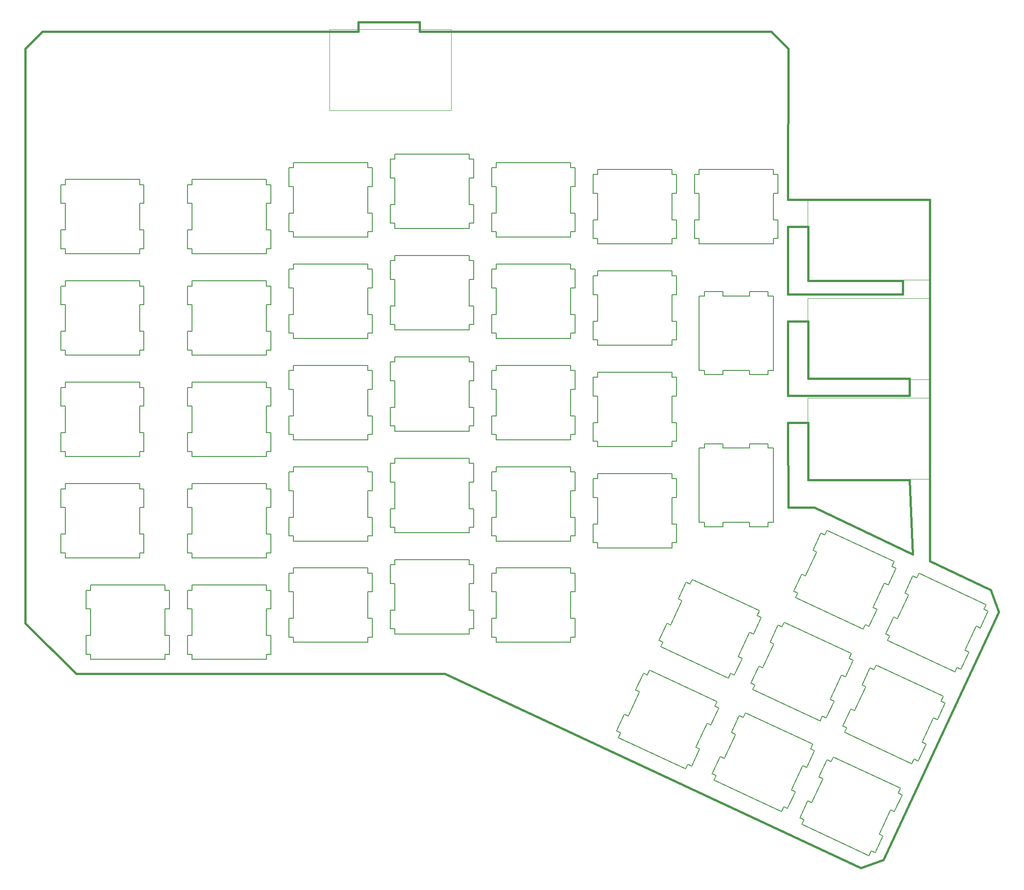
<source format=gbr>
%TF.GenerationSoftware,KiCad,Pcbnew,5.1.7*%
%TF.CreationDate,2020-10-15T21:30:19-07:00*%
%TF.ProjectId,ErgoDOX_left,4572676f-444f-4585-9f6c-6566742e6b69,2.0.0*%
%TF.SameCoordinates,Original*%
%TF.FileFunction,Other,ECO2*%
%FSLAX46Y46*%
G04 Gerber Fmt 4.6, Leading zero omitted, Abs format (unit mm)*
G04 Created by KiCad (PCBNEW 5.1.7) date 2020-10-15 21:30:19*
%MOMM*%
%LPD*%
G01*
G04 APERTURE LIST*
%TA.AperFunction,Profile*%
%ADD10C,0.381000*%
%TD*%
%ADD11C,0.120000*%
%ADD12C,0.152400*%
G04 APERTURE END LIST*
D10*
X164846000Y-93218000D02*
X164941000Y-109166000D01*
X164846000Y-74168000D02*
X164846000Y-88138000D01*
X164846000Y-56388000D02*
X164846000Y-69088000D01*
X168656000Y-56388000D02*
X164846000Y-56388000D01*
X187706000Y-104013000D02*
X188341000Y-117983000D01*
X168656000Y-104013000D02*
X187706000Y-104013000D01*
X168656000Y-93218000D02*
X168656000Y-104013000D01*
X164846000Y-93218000D02*
X168656000Y-93218000D01*
X187706000Y-88138000D02*
X164846000Y-88138000D01*
X187706000Y-84963000D02*
X187706000Y-88138000D01*
X168656000Y-84963000D02*
X187706000Y-84963000D01*
X168656000Y-74168000D02*
X168656000Y-84963000D01*
X164846000Y-74168000D02*
X168656000Y-74168000D01*
X186436000Y-69088000D02*
X164846000Y-69088000D01*
X186436000Y-66548000D02*
X186436000Y-69088000D01*
X168656000Y-66548000D02*
X186436000Y-66548000D01*
X168656000Y-56388000D02*
X168656000Y-66548000D01*
X164846000Y-51308000D02*
X164941000Y-22933000D01*
X168656000Y-51308000D02*
X164846000Y-51308000D01*
X169843200Y-109166000D02*
X188341000Y-117983000D01*
X191516000Y-119253000D02*
X202934320Y-124596500D01*
X191516000Y-51308000D02*
X191516000Y-119253000D01*
X168656000Y-51308000D02*
X191516000Y-51308000D01*
X21634200Y-22933000D02*
X21634200Y-130883000D01*
X137431000Y-19758000D02*
X134031000Y-19758000D01*
X137431000Y-19758000D02*
X149675600Y-19758000D01*
X132505200Y-19758000D02*
X134031000Y-19758000D01*
X24809200Y-19758000D02*
X84143600Y-19758000D01*
X84143600Y-17980000D02*
X95649800Y-17980000D01*
X84143600Y-19758000D02*
X84143600Y-17980000D01*
X95649800Y-17980000D02*
X95649800Y-19758000D01*
X95649800Y-19758000D02*
X132505200Y-19758000D01*
X149675600Y-19758000D02*
X161740600Y-19758000D01*
X161740600Y-19758000D02*
X164941000Y-22933000D01*
X100399600Y-140408000D02*
X31159200Y-140408000D01*
X31159200Y-140408000D02*
X21634200Y-130883000D01*
X21634200Y-22933000D02*
X24809200Y-19758000D01*
X164941000Y-109166000D02*
X169843200Y-109166000D01*
X202934320Y-124596500D02*
X204471020Y-128815440D01*
X204471020Y-128815440D02*
X182787040Y-175317760D01*
X182787040Y-175317760D02*
X178568100Y-176851920D01*
X178568100Y-176851920D02*
X100399600Y-140408000D01*
D11*
%TO.C,J103*%
X184426000Y-69048000D02*
X174826000Y-69048000D01*
%TO.C,J203*%
X168576000Y-85118000D02*
X168576000Y-69878000D01*
X191436000Y-85118000D02*
X168576000Y-85118000D01*
X191436000Y-69878000D02*
X191436000Y-85118000D01*
X168576000Y-69878000D02*
X191436000Y-69878000D01*
%TO.C,J202*%
X168576000Y-66388000D02*
X168576000Y-51148000D01*
X191436000Y-66388000D02*
X168576000Y-66388000D01*
X191436000Y-51148000D02*
X191436000Y-66388000D01*
X168576000Y-51148000D02*
X191436000Y-51148000D01*
%TO.C,J201*%
X168576000Y-103848000D02*
X168576000Y-88608000D01*
X191436000Y-103848000D02*
X168576000Y-103848000D01*
X191436000Y-88608000D02*
X191436000Y-103848000D01*
X168576000Y-88608000D02*
X191436000Y-88608000D01*
%TO.C,J2*%
X78736000Y-34578000D02*
X78736000Y-19338000D01*
X101596000Y-34578000D02*
X78736000Y-34578000D01*
X101596000Y-19338000D02*
X101596000Y-34578000D01*
X78736000Y-19338000D02*
X101596000Y-19338000D01*
D12*
%TO.C,SW1:9*%
X124047000Y-134483000D02*
X110077000Y-134483000D01*
X110077000Y-134483000D02*
X110077000Y-133502560D01*
X110077000Y-133502560D02*
X109264200Y-133502560D01*
X109264200Y-133502560D02*
X109264200Y-130002440D01*
X109264200Y-130002440D02*
X110077000Y-130002440D01*
X110077000Y-130002440D02*
X110077000Y-124993560D01*
X110077000Y-124993560D02*
X109264200Y-124993560D01*
X109264200Y-124993560D02*
X109264200Y-121493440D01*
X109264200Y-121493440D02*
X110077000Y-121493440D01*
X110077000Y-121493440D02*
X110077000Y-120513000D01*
X110077000Y-120513000D02*
X124047000Y-120513000D01*
X124047000Y-120513000D02*
X124047000Y-121493440D01*
X124047000Y-121493440D02*
X124859800Y-121493440D01*
X124859800Y-121493440D02*
X124859800Y-124993560D01*
X124859800Y-124993560D02*
X124047000Y-124993560D01*
X124047000Y-124993560D02*
X124047000Y-130002440D01*
X124047000Y-130002440D02*
X124859800Y-130002440D01*
X124859800Y-130002440D02*
X124859800Y-133502560D01*
X124859800Y-133502560D02*
X124047000Y-133502560D01*
X124047000Y-133502560D02*
X124047000Y-134483000D01*
%TO.C,SW5:13*%
X43084500Y-61490200D02*
X29114500Y-61490200D01*
X29114500Y-61490200D02*
X29114500Y-60509760D01*
X29114500Y-60509760D02*
X28301700Y-60509760D01*
X28301700Y-60509760D02*
X28301700Y-57009640D01*
X28301700Y-57009640D02*
X29114500Y-57009640D01*
X29114500Y-57009640D02*
X29114500Y-52000760D01*
X29114500Y-52000760D02*
X28301700Y-52000760D01*
X28301700Y-52000760D02*
X28301700Y-48500640D01*
X28301700Y-48500640D02*
X29114500Y-48500640D01*
X29114500Y-48500640D02*
X29114500Y-47520200D01*
X29114500Y-47520200D02*
X43084500Y-47520200D01*
X43084500Y-47520200D02*
X43084500Y-48500640D01*
X43084500Y-48500640D02*
X43897300Y-48500640D01*
X43897300Y-48500640D02*
X43897300Y-52000760D01*
X43897300Y-52000760D02*
X43084500Y-52000760D01*
X43084500Y-52000760D02*
X43084500Y-57009640D01*
X43084500Y-57009640D02*
X43897300Y-57009640D01*
X43897300Y-57009640D02*
X43897300Y-60509760D01*
X43897300Y-60509760D02*
X43084500Y-60509760D01*
X43084500Y-60509760D02*
X43084500Y-61490200D01*
%TO.C,SX1:7*%
X170915451Y-149266368D02*
X158254332Y-143362391D01*
X158254332Y-143362391D02*
X158668683Y-142473811D01*
X158668683Y-142473811D02*
X157932036Y-142130307D01*
X157932036Y-142130307D02*
X159411251Y-138958121D01*
X159411251Y-138958121D02*
X160147898Y-139301625D01*
X160147898Y-139301625D02*
X162264742Y-134762038D01*
X162264742Y-134762038D02*
X161528095Y-134418534D01*
X161528095Y-134418534D02*
X163007310Y-131246348D01*
X163007310Y-131246348D02*
X163743957Y-131589852D01*
X163743957Y-131589852D02*
X164158309Y-130701272D01*
X164158309Y-130701272D02*
X176819428Y-136605249D01*
X176819428Y-136605249D02*
X176405077Y-137493829D01*
X176405077Y-137493829D02*
X177141724Y-137837333D01*
X177141724Y-137837333D02*
X175662509Y-141009519D01*
X175662509Y-141009519D02*
X174925862Y-140666015D01*
X174925862Y-140666015D02*
X172809018Y-145205602D01*
X172809018Y-145205602D02*
X173545665Y-145549106D01*
X173545665Y-145549106D02*
X172066450Y-148721292D01*
X172066450Y-148721292D02*
X171329803Y-148377788D01*
X171329803Y-148377788D02*
X170915451Y-149266368D01*
%TO.C,SW3:13*%
X43084500Y-99587660D02*
X29114500Y-99587660D01*
X29114500Y-99587660D02*
X29114500Y-98607220D01*
X29114500Y-98607220D02*
X28301700Y-98607220D01*
X28301700Y-98607220D02*
X28301700Y-95107100D01*
X28301700Y-95107100D02*
X29114500Y-95107100D01*
X29114500Y-95107100D02*
X29114500Y-90098220D01*
X29114500Y-90098220D02*
X28301700Y-90098220D01*
X28301700Y-90098220D02*
X28301700Y-86598100D01*
X28301700Y-86598100D02*
X29114500Y-86598100D01*
X29114500Y-86598100D02*
X29114500Y-85617660D01*
X29114500Y-85617660D02*
X43084500Y-85617660D01*
X43084500Y-85617660D02*
X43084500Y-86598100D01*
X43084500Y-86598100D02*
X43897300Y-86598100D01*
X43897300Y-86598100D02*
X43897300Y-90098220D01*
X43897300Y-90098220D02*
X43084500Y-90098220D01*
X43084500Y-90098220D02*
X43084500Y-95107100D01*
X43084500Y-95107100D02*
X43897300Y-95107100D01*
X43897300Y-95107100D02*
X43897300Y-98607220D01*
X43897300Y-98607220D02*
X43084500Y-98607220D01*
X43084500Y-98607220D02*
X43084500Y-99587660D01*
%TO.C,SW2:9*%
X124047000Y-115462660D02*
X110077000Y-115462660D01*
X110077000Y-115462660D02*
X110077000Y-114482220D01*
X110077000Y-114482220D02*
X109264200Y-114482220D01*
X109264200Y-114482220D02*
X109264200Y-110982100D01*
X109264200Y-110982100D02*
X110077000Y-110982100D01*
X110077000Y-110982100D02*
X110077000Y-105973220D01*
X110077000Y-105973220D02*
X109264200Y-105973220D01*
X109264200Y-105973220D02*
X109264200Y-102473100D01*
X109264200Y-102473100D02*
X110077000Y-102473100D01*
X110077000Y-102473100D02*
X110077000Y-101492660D01*
X110077000Y-101492660D02*
X124047000Y-101492660D01*
X124047000Y-101492660D02*
X124047000Y-102473100D01*
X124047000Y-102473100D02*
X124859800Y-102473100D01*
X124859800Y-102473100D02*
X124859800Y-105973220D01*
X124859800Y-105973220D02*
X124047000Y-105973220D01*
X124047000Y-105973220D02*
X124047000Y-110982100D01*
X124047000Y-110982100D02*
X124859800Y-110982100D01*
X124859800Y-110982100D02*
X124859800Y-114482220D01*
X124859800Y-114482220D02*
X124047000Y-114482220D01*
X124047000Y-114482220D02*
X124047000Y-115462660D01*
%TO.C,SW2:10*%
X104997000Y-113865000D02*
X91027000Y-113865000D01*
X91027000Y-113865000D02*
X91027000Y-112884560D01*
X91027000Y-112884560D02*
X90214200Y-112884560D01*
X90214200Y-112884560D02*
X90214200Y-109384440D01*
X90214200Y-109384440D02*
X91027000Y-109384440D01*
X91027000Y-109384440D02*
X91027000Y-104375560D01*
X91027000Y-104375560D02*
X90214200Y-104375560D01*
X90214200Y-104375560D02*
X90214200Y-100875440D01*
X90214200Y-100875440D02*
X91027000Y-100875440D01*
X91027000Y-100875440D02*
X91027000Y-99895000D01*
X91027000Y-99895000D02*
X104997000Y-99895000D01*
X104997000Y-99895000D02*
X104997000Y-100875440D01*
X104997000Y-100875440D02*
X105809800Y-100875440D01*
X105809800Y-100875440D02*
X105809800Y-104375560D01*
X105809800Y-104375560D02*
X104997000Y-104375560D01*
X104997000Y-104375560D02*
X104997000Y-109384440D01*
X104997000Y-109384440D02*
X105809800Y-109384440D01*
X105809800Y-109384440D02*
X105809800Y-112884560D01*
X105809800Y-112884560D02*
X104997000Y-112884560D01*
X104997000Y-112884560D02*
X104997000Y-113865000D01*
%TO.C,SW3:9*%
X124047000Y-96412660D02*
X110077000Y-96412660D01*
X110077000Y-96412660D02*
X110077000Y-95432220D01*
X110077000Y-95432220D02*
X109264200Y-95432220D01*
X109264200Y-95432220D02*
X109264200Y-91932100D01*
X109264200Y-91932100D02*
X110077000Y-91932100D01*
X110077000Y-91932100D02*
X110077000Y-86923220D01*
X110077000Y-86923220D02*
X109264200Y-86923220D01*
X109264200Y-86923220D02*
X109264200Y-83423100D01*
X109264200Y-83423100D02*
X110077000Y-83423100D01*
X110077000Y-83423100D02*
X110077000Y-82442660D01*
X110077000Y-82442660D02*
X124047000Y-82442660D01*
X124047000Y-82442660D02*
X124047000Y-83423100D01*
X124047000Y-83423100D02*
X124859800Y-83423100D01*
X124859800Y-83423100D02*
X124859800Y-86923220D01*
X124859800Y-86923220D02*
X124047000Y-86923220D01*
X124047000Y-86923220D02*
X124047000Y-91932100D01*
X124047000Y-91932100D02*
X124859800Y-91932100D01*
X124859800Y-91932100D02*
X124859800Y-95432220D01*
X124859800Y-95432220D02*
X124047000Y-95432220D01*
X124047000Y-95432220D02*
X124047000Y-96412660D01*
%TO.C,SW2:11*%
X85947000Y-115462660D02*
X71977000Y-115462660D01*
X71977000Y-115462660D02*
X71977000Y-114482220D01*
X71977000Y-114482220D02*
X71164200Y-114482220D01*
X71164200Y-114482220D02*
X71164200Y-110982100D01*
X71164200Y-110982100D02*
X71977000Y-110982100D01*
X71977000Y-110982100D02*
X71977000Y-105973220D01*
X71977000Y-105973220D02*
X71164200Y-105973220D01*
X71164200Y-105973220D02*
X71164200Y-102473100D01*
X71164200Y-102473100D02*
X71977000Y-102473100D01*
X71977000Y-102473100D02*
X71977000Y-101492660D01*
X71977000Y-101492660D02*
X85947000Y-101492660D01*
X85947000Y-101492660D02*
X85947000Y-102473100D01*
X85947000Y-102473100D02*
X86759800Y-102473100D01*
X86759800Y-102473100D02*
X86759800Y-105973220D01*
X86759800Y-105973220D02*
X85947000Y-105973220D01*
X85947000Y-105973220D02*
X85947000Y-110982100D01*
X85947000Y-110982100D02*
X86759800Y-110982100D01*
X86759800Y-110982100D02*
X86759800Y-114482220D01*
X86759800Y-114482220D02*
X85947000Y-114482220D01*
X85947000Y-114482220D02*
X85947000Y-115462660D01*
%TO.C,SW3:10*%
X104997000Y-94815000D02*
X91027000Y-94815000D01*
X91027000Y-94815000D02*
X91027000Y-93834560D01*
X91027000Y-93834560D02*
X90214200Y-93834560D01*
X90214200Y-93834560D02*
X90214200Y-90334440D01*
X90214200Y-90334440D02*
X91027000Y-90334440D01*
X91027000Y-90334440D02*
X91027000Y-85325560D01*
X91027000Y-85325560D02*
X90214200Y-85325560D01*
X90214200Y-85325560D02*
X90214200Y-81825440D01*
X90214200Y-81825440D02*
X91027000Y-81825440D01*
X91027000Y-81825440D02*
X91027000Y-80845000D01*
X91027000Y-80845000D02*
X104997000Y-80845000D01*
X104997000Y-80845000D02*
X104997000Y-81825440D01*
X104997000Y-81825440D02*
X105809800Y-81825440D01*
X105809800Y-81825440D02*
X105809800Y-85325560D01*
X105809800Y-85325560D02*
X104997000Y-85325560D01*
X104997000Y-85325560D02*
X104997000Y-90334440D01*
X104997000Y-90334440D02*
X105809800Y-90334440D01*
X105809800Y-90334440D02*
X105809800Y-93834560D01*
X105809800Y-93834560D02*
X104997000Y-93834560D01*
X104997000Y-93834560D02*
X104997000Y-94815000D01*
%TO.C,SW3:11*%
X85947000Y-96412660D02*
X71977000Y-96412660D01*
X71977000Y-96412660D02*
X71977000Y-95432220D01*
X71977000Y-95432220D02*
X71164200Y-95432220D01*
X71164200Y-95432220D02*
X71164200Y-91932100D01*
X71164200Y-91932100D02*
X71977000Y-91932100D01*
X71977000Y-91932100D02*
X71977000Y-86923220D01*
X71977000Y-86923220D02*
X71164200Y-86923220D01*
X71164200Y-86923220D02*
X71164200Y-83423100D01*
X71164200Y-83423100D02*
X71977000Y-83423100D01*
X71977000Y-83423100D02*
X71977000Y-82442660D01*
X71977000Y-82442660D02*
X85947000Y-82442660D01*
X85947000Y-82442660D02*
X85947000Y-83423100D01*
X85947000Y-83423100D02*
X86759800Y-83423100D01*
X86759800Y-83423100D02*
X86759800Y-86923220D01*
X86759800Y-86923220D02*
X85947000Y-86923220D01*
X85947000Y-86923220D02*
X85947000Y-91932100D01*
X85947000Y-91932100D02*
X86759800Y-91932100D01*
X86759800Y-91932100D02*
X86759800Y-95432220D01*
X86759800Y-95432220D02*
X85947000Y-95432220D01*
X85947000Y-95432220D02*
X85947000Y-96412660D01*
%TO.C,SW1:11*%
X85947000Y-134483000D02*
X71977000Y-134483000D01*
X71977000Y-134483000D02*
X71977000Y-133502560D01*
X71977000Y-133502560D02*
X71164200Y-133502560D01*
X71164200Y-133502560D02*
X71164200Y-130002440D01*
X71164200Y-130002440D02*
X71977000Y-130002440D01*
X71977000Y-130002440D02*
X71977000Y-124993560D01*
X71977000Y-124993560D02*
X71164200Y-124993560D01*
X71164200Y-124993560D02*
X71164200Y-121493440D01*
X71164200Y-121493440D02*
X71977000Y-121493440D01*
X71977000Y-121493440D02*
X71977000Y-120513000D01*
X71977000Y-120513000D02*
X85947000Y-120513000D01*
X85947000Y-120513000D02*
X85947000Y-121493440D01*
X85947000Y-121493440D02*
X86759800Y-121493440D01*
X86759800Y-121493440D02*
X86759800Y-124993560D01*
X86759800Y-124993560D02*
X85947000Y-124993560D01*
X85947000Y-124993560D02*
X85947000Y-130002440D01*
X85947000Y-130002440D02*
X86759800Y-130002440D01*
X86759800Y-130002440D02*
X86759800Y-133502560D01*
X86759800Y-133502560D02*
X85947000Y-133502560D01*
X85947000Y-133502560D02*
X85947000Y-134483000D01*
%TO.C,SW1:10*%
X104997000Y-132915000D02*
X91027000Y-132915000D01*
X91027000Y-132915000D02*
X91027000Y-131934560D01*
X91027000Y-131934560D02*
X90214200Y-131934560D01*
X90214200Y-131934560D02*
X90214200Y-128434440D01*
X90214200Y-128434440D02*
X91027000Y-128434440D01*
X91027000Y-128434440D02*
X91027000Y-123425560D01*
X91027000Y-123425560D02*
X90214200Y-123425560D01*
X90214200Y-123425560D02*
X90214200Y-119925440D01*
X90214200Y-119925440D02*
X91027000Y-119925440D01*
X91027000Y-119925440D02*
X91027000Y-118945000D01*
X91027000Y-118945000D02*
X104997000Y-118945000D01*
X104997000Y-118945000D02*
X104997000Y-119925440D01*
X104997000Y-119925440D02*
X105809800Y-119925440D01*
X105809800Y-119925440D02*
X105809800Y-123425560D01*
X105809800Y-123425560D02*
X104997000Y-123425560D01*
X104997000Y-123425560D02*
X104997000Y-128434440D01*
X104997000Y-128434440D02*
X105809800Y-128434440D01*
X105809800Y-128434440D02*
X105809800Y-131934560D01*
X105809800Y-131934560D02*
X104997000Y-131934560D01*
X104997000Y-131934560D02*
X104997000Y-132915000D01*
%TO.C,SX1:8*%
X153651071Y-141214568D02*
X140989952Y-135310591D01*
X140989952Y-135310591D02*
X141404303Y-134422011D01*
X141404303Y-134422011D02*
X140667656Y-134078507D01*
X140667656Y-134078507D02*
X142146871Y-130906321D01*
X142146871Y-130906321D02*
X142883518Y-131249825D01*
X142883518Y-131249825D02*
X145000362Y-126710238D01*
X145000362Y-126710238D02*
X144263715Y-126366734D01*
X144263715Y-126366734D02*
X145742930Y-123194548D01*
X145742930Y-123194548D02*
X146479577Y-123538052D01*
X146479577Y-123538052D02*
X146893929Y-122649472D01*
X146893929Y-122649472D02*
X159555048Y-128553449D01*
X159555048Y-128553449D02*
X159140697Y-129442029D01*
X159140697Y-129442029D02*
X159877344Y-129785533D01*
X159877344Y-129785533D02*
X158398129Y-132957719D01*
X158398129Y-132957719D02*
X157661482Y-132614215D01*
X157661482Y-132614215D02*
X155544638Y-137153802D01*
X155544638Y-137153802D02*
X156281285Y-137497306D01*
X156281285Y-137497306D02*
X154802070Y-140669492D01*
X154802070Y-140669492D02*
X154065423Y-140325988D01*
X154065423Y-140325988D02*
X153651071Y-141214568D01*
%TO.C,SW5:12*%
X66897000Y-61490200D02*
X52927000Y-61490200D01*
X52927000Y-61490200D02*
X52927000Y-60509760D01*
X52927000Y-60509760D02*
X52114200Y-60509760D01*
X52114200Y-60509760D02*
X52114200Y-57009640D01*
X52114200Y-57009640D02*
X52927000Y-57009640D01*
X52927000Y-57009640D02*
X52927000Y-52000760D01*
X52927000Y-52000760D02*
X52114200Y-52000760D01*
X52114200Y-52000760D02*
X52114200Y-48500640D01*
X52114200Y-48500640D02*
X52927000Y-48500640D01*
X52927000Y-48500640D02*
X52927000Y-47520200D01*
X52927000Y-47520200D02*
X66897000Y-47520200D01*
X66897000Y-47520200D02*
X66897000Y-48500640D01*
X66897000Y-48500640D02*
X67709800Y-48500640D01*
X67709800Y-48500640D02*
X67709800Y-52000760D01*
X67709800Y-52000760D02*
X66897000Y-52000760D01*
X66897000Y-52000760D02*
X66897000Y-57009640D01*
X66897000Y-57009640D02*
X67709800Y-57009640D01*
X67709800Y-57009640D02*
X67709800Y-60509760D01*
X67709800Y-60509760D02*
X66897000Y-60509760D01*
X66897000Y-60509760D02*
X66897000Y-61490200D01*
%TO.C,SW5:11*%
X85947000Y-58312660D02*
X71977000Y-58312660D01*
X71977000Y-58312660D02*
X71977000Y-57332220D01*
X71977000Y-57332220D02*
X71164200Y-57332220D01*
X71164200Y-57332220D02*
X71164200Y-53832100D01*
X71164200Y-53832100D02*
X71977000Y-53832100D01*
X71977000Y-53832100D02*
X71977000Y-48823220D01*
X71977000Y-48823220D02*
X71164200Y-48823220D01*
X71164200Y-48823220D02*
X71164200Y-45323100D01*
X71164200Y-45323100D02*
X71977000Y-45323100D01*
X71977000Y-45323100D02*
X71977000Y-44342660D01*
X71977000Y-44342660D02*
X85947000Y-44342660D01*
X85947000Y-44342660D02*
X85947000Y-45323100D01*
X85947000Y-45323100D02*
X86759800Y-45323100D01*
X86759800Y-45323100D02*
X86759800Y-48823220D01*
X86759800Y-48823220D02*
X85947000Y-48823220D01*
X85947000Y-48823220D02*
X85947000Y-53832100D01*
X85947000Y-53832100D02*
X86759800Y-53832100D01*
X86759800Y-53832100D02*
X86759800Y-57332220D01*
X86759800Y-57332220D02*
X85947000Y-57332220D01*
X85947000Y-57332220D02*
X85947000Y-58312660D01*
%TO.C,SW5:10*%
X104997000Y-56715000D02*
X91027000Y-56715000D01*
X91027000Y-56715000D02*
X91027000Y-55734560D01*
X91027000Y-55734560D02*
X90214200Y-55734560D01*
X90214200Y-55734560D02*
X90214200Y-52234440D01*
X90214200Y-52234440D02*
X91027000Y-52234440D01*
X91027000Y-52234440D02*
X91027000Y-47225560D01*
X91027000Y-47225560D02*
X90214200Y-47225560D01*
X90214200Y-47225560D02*
X90214200Y-43725440D01*
X90214200Y-43725440D02*
X91027000Y-43725440D01*
X91027000Y-43725440D02*
X91027000Y-42745000D01*
X91027000Y-42745000D02*
X104997000Y-42745000D01*
X104997000Y-42745000D02*
X104997000Y-43725440D01*
X104997000Y-43725440D02*
X105809800Y-43725440D01*
X105809800Y-43725440D02*
X105809800Y-47225560D01*
X105809800Y-47225560D02*
X104997000Y-47225560D01*
X104997000Y-47225560D02*
X104997000Y-52234440D01*
X104997000Y-52234440D02*
X105809800Y-52234440D01*
X105809800Y-52234440D02*
X105809800Y-55734560D01*
X105809800Y-55734560D02*
X104997000Y-55734560D01*
X104997000Y-55734560D02*
X104997000Y-56715000D01*
%TO.C,SW5:9*%
X124047000Y-58312660D02*
X110077000Y-58312660D01*
X110077000Y-58312660D02*
X110077000Y-57332220D01*
X110077000Y-57332220D02*
X109264200Y-57332220D01*
X109264200Y-57332220D02*
X109264200Y-53832100D01*
X109264200Y-53832100D02*
X110077000Y-53832100D01*
X110077000Y-53832100D02*
X110077000Y-48823220D01*
X110077000Y-48823220D02*
X109264200Y-48823220D01*
X109264200Y-48823220D02*
X109264200Y-45323100D01*
X109264200Y-45323100D02*
X110077000Y-45323100D01*
X110077000Y-45323100D02*
X110077000Y-44342660D01*
X110077000Y-44342660D02*
X124047000Y-44342660D01*
X124047000Y-44342660D02*
X124047000Y-45323100D01*
X124047000Y-45323100D02*
X124859800Y-45323100D01*
X124859800Y-45323100D02*
X124859800Y-48823220D01*
X124859800Y-48823220D02*
X124047000Y-48823220D01*
X124047000Y-48823220D02*
X124047000Y-53832100D01*
X124047000Y-53832100D02*
X124859800Y-53832100D01*
X124859800Y-53832100D02*
X124859800Y-57332220D01*
X124859800Y-57332220D02*
X124047000Y-57332220D01*
X124047000Y-57332220D02*
X124047000Y-58312660D01*
%TO.C,SW5:8*%
X143097000Y-59585200D02*
X129127000Y-59585200D01*
X129127000Y-59585200D02*
X129127000Y-58604760D01*
X129127000Y-58604760D02*
X128314200Y-58604760D01*
X128314200Y-58604760D02*
X128314200Y-55104640D01*
X128314200Y-55104640D02*
X129127000Y-55104640D01*
X129127000Y-55104640D02*
X129127000Y-50095760D01*
X129127000Y-50095760D02*
X128314200Y-50095760D01*
X128314200Y-50095760D02*
X128314200Y-46595640D01*
X128314200Y-46595640D02*
X129127000Y-46595640D01*
X129127000Y-46595640D02*
X129127000Y-45615200D01*
X129127000Y-45615200D02*
X143097000Y-45615200D01*
X143097000Y-45615200D02*
X143097000Y-46595640D01*
X143097000Y-46595640D02*
X143909800Y-46595640D01*
X143909800Y-46595640D02*
X143909800Y-50095760D01*
X143909800Y-50095760D02*
X143097000Y-50095760D01*
X143097000Y-50095760D02*
X143097000Y-55104640D01*
X143097000Y-55104640D02*
X143909800Y-55104640D01*
X143909800Y-55104640D02*
X143909800Y-58604760D01*
X143909800Y-58604760D02*
X143097000Y-58604760D01*
X143097000Y-58604760D02*
X143097000Y-59585200D01*
%TO.C,SW5:7*%
X162147000Y-59585200D02*
X148177000Y-59585200D01*
X148177000Y-59585200D02*
X148177000Y-58604760D01*
X148177000Y-58604760D02*
X147364200Y-58604760D01*
X147364200Y-58604760D02*
X147364200Y-55104640D01*
X147364200Y-55104640D02*
X148177000Y-55104640D01*
X148177000Y-55104640D02*
X148177000Y-50095760D01*
X148177000Y-50095760D02*
X147364200Y-50095760D01*
X147364200Y-50095760D02*
X147364200Y-46595640D01*
X147364200Y-46595640D02*
X148177000Y-46595640D01*
X148177000Y-46595640D02*
X148177000Y-45615200D01*
X148177000Y-45615200D02*
X162147000Y-45615200D01*
X162147000Y-45615200D02*
X162147000Y-46595640D01*
X162147000Y-46595640D02*
X162959800Y-46595640D01*
X162959800Y-46595640D02*
X162959800Y-50095760D01*
X162959800Y-50095760D02*
X162147000Y-50095760D01*
X162147000Y-50095760D02*
X162147000Y-55104640D01*
X162147000Y-55104640D02*
X162959800Y-55104640D01*
X162959800Y-55104640D02*
X162959800Y-58604760D01*
X162959800Y-58604760D02*
X162147000Y-58604760D01*
X162147000Y-58604760D02*
X162147000Y-59585200D01*
%TO.C,SW4:13*%
X43084500Y-80537660D02*
X29114500Y-80537660D01*
X29114500Y-80537660D02*
X29114500Y-79557220D01*
X29114500Y-79557220D02*
X28301700Y-79557220D01*
X28301700Y-79557220D02*
X28301700Y-76057100D01*
X28301700Y-76057100D02*
X29114500Y-76057100D01*
X29114500Y-76057100D02*
X29114500Y-71048220D01*
X29114500Y-71048220D02*
X28301700Y-71048220D01*
X28301700Y-71048220D02*
X28301700Y-67548100D01*
X28301700Y-67548100D02*
X29114500Y-67548100D01*
X29114500Y-67548100D02*
X29114500Y-66567660D01*
X29114500Y-66567660D02*
X43084500Y-66567660D01*
X43084500Y-66567660D02*
X43084500Y-67548100D01*
X43084500Y-67548100D02*
X43897300Y-67548100D01*
X43897300Y-67548100D02*
X43897300Y-71048220D01*
X43897300Y-71048220D02*
X43084500Y-71048220D01*
X43084500Y-71048220D02*
X43084500Y-76057100D01*
X43084500Y-76057100D02*
X43897300Y-76057100D01*
X43897300Y-76057100D02*
X43897300Y-79557220D01*
X43897300Y-79557220D02*
X43084500Y-79557220D01*
X43084500Y-79557220D02*
X43084500Y-80537660D01*
%TO.C,SW4:12*%
X66897000Y-80537660D02*
X52927000Y-80537660D01*
X52927000Y-80537660D02*
X52927000Y-79557220D01*
X52927000Y-79557220D02*
X52114200Y-79557220D01*
X52114200Y-79557220D02*
X52114200Y-76057100D01*
X52114200Y-76057100D02*
X52927000Y-76057100D01*
X52927000Y-76057100D02*
X52927000Y-71048220D01*
X52927000Y-71048220D02*
X52114200Y-71048220D01*
X52114200Y-71048220D02*
X52114200Y-67548100D01*
X52114200Y-67548100D02*
X52927000Y-67548100D01*
X52927000Y-67548100D02*
X52927000Y-66567660D01*
X52927000Y-66567660D02*
X66897000Y-66567660D01*
X66897000Y-66567660D02*
X66897000Y-67548100D01*
X66897000Y-67548100D02*
X67709800Y-67548100D01*
X67709800Y-67548100D02*
X67709800Y-71048220D01*
X67709800Y-71048220D02*
X66897000Y-71048220D01*
X66897000Y-71048220D02*
X66897000Y-76057100D01*
X66897000Y-76057100D02*
X67709800Y-76057100D01*
X67709800Y-76057100D02*
X67709800Y-79557220D01*
X67709800Y-79557220D02*
X66897000Y-79557220D01*
X66897000Y-79557220D02*
X66897000Y-80537660D01*
%TO.C,SW4:11*%
X85947000Y-77362660D02*
X71977000Y-77362660D01*
X71977000Y-77362660D02*
X71977000Y-76382220D01*
X71977000Y-76382220D02*
X71164200Y-76382220D01*
X71164200Y-76382220D02*
X71164200Y-72882100D01*
X71164200Y-72882100D02*
X71977000Y-72882100D01*
X71977000Y-72882100D02*
X71977000Y-67873220D01*
X71977000Y-67873220D02*
X71164200Y-67873220D01*
X71164200Y-67873220D02*
X71164200Y-64373100D01*
X71164200Y-64373100D02*
X71977000Y-64373100D01*
X71977000Y-64373100D02*
X71977000Y-63392660D01*
X71977000Y-63392660D02*
X85947000Y-63392660D01*
X85947000Y-63392660D02*
X85947000Y-64373100D01*
X85947000Y-64373100D02*
X86759800Y-64373100D01*
X86759800Y-64373100D02*
X86759800Y-67873220D01*
X86759800Y-67873220D02*
X85947000Y-67873220D01*
X85947000Y-67873220D02*
X85947000Y-72882100D01*
X85947000Y-72882100D02*
X86759800Y-72882100D01*
X86759800Y-72882100D02*
X86759800Y-76382220D01*
X86759800Y-76382220D02*
X85947000Y-76382220D01*
X85947000Y-76382220D02*
X85947000Y-77362660D01*
%TO.C,SW4:10*%
X104997000Y-75765000D02*
X91027000Y-75765000D01*
X91027000Y-75765000D02*
X91027000Y-74784560D01*
X91027000Y-74784560D02*
X90214200Y-74784560D01*
X90214200Y-74784560D02*
X90214200Y-71284440D01*
X90214200Y-71284440D02*
X91027000Y-71284440D01*
X91027000Y-71284440D02*
X91027000Y-66275560D01*
X91027000Y-66275560D02*
X90214200Y-66275560D01*
X90214200Y-66275560D02*
X90214200Y-62775440D01*
X90214200Y-62775440D02*
X91027000Y-62775440D01*
X91027000Y-62775440D02*
X91027000Y-61795000D01*
X91027000Y-61795000D02*
X104997000Y-61795000D01*
X104997000Y-61795000D02*
X104997000Y-62775440D01*
X104997000Y-62775440D02*
X105809800Y-62775440D01*
X105809800Y-62775440D02*
X105809800Y-66275560D01*
X105809800Y-66275560D02*
X104997000Y-66275560D01*
X104997000Y-66275560D02*
X104997000Y-71284440D01*
X104997000Y-71284440D02*
X105809800Y-71284440D01*
X105809800Y-71284440D02*
X105809800Y-74784560D01*
X105809800Y-74784560D02*
X104997000Y-74784560D01*
X104997000Y-74784560D02*
X104997000Y-75765000D01*
%TO.C,SW4:9*%
X124047000Y-77362660D02*
X110077000Y-77362660D01*
X110077000Y-77362660D02*
X110077000Y-76382220D01*
X110077000Y-76382220D02*
X109264200Y-76382220D01*
X109264200Y-76382220D02*
X109264200Y-72882100D01*
X109264200Y-72882100D02*
X110077000Y-72882100D01*
X110077000Y-72882100D02*
X110077000Y-67873220D01*
X110077000Y-67873220D02*
X109264200Y-67873220D01*
X109264200Y-67873220D02*
X109264200Y-64373100D01*
X109264200Y-64373100D02*
X110077000Y-64373100D01*
X110077000Y-64373100D02*
X110077000Y-63392660D01*
X110077000Y-63392660D02*
X124047000Y-63392660D01*
X124047000Y-63392660D02*
X124047000Y-64373100D01*
X124047000Y-64373100D02*
X124859800Y-64373100D01*
X124859800Y-64373100D02*
X124859800Y-67873220D01*
X124859800Y-67873220D02*
X124047000Y-67873220D01*
X124047000Y-67873220D02*
X124047000Y-72882100D01*
X124047000Y-72882100D02*
X124859800Y-72882100D01*
X124859800Y-72882100D02*
X124859800Y-76382220D01*
X124859800Y-76382220D02*
X124047000Y-76382220D01*
X124047000Y-76382220D02*
X124047000Y-77362660D01*
%TO.C,SW4:8*%
X143097000Y-78632660D02*
X129127000Y-78632660D01*
X129127000Y-78632660D02*
X129127000Y-77652220D01*
X129127000Y-77652220D02*
X128314200Y-77652220D01*
X128314200Y-77652220D02*
X128314200Y-74152100D01*
X128314200Y-74152100D02*
X129127000Y-74152100D01*
X129127000Y-74152100D02*
X129127000Y-69143220D01*
X129127000Y-69143220D02*
X128314200Y-69143220D01*
X128314200Y-69143220D02*
X128314200Y-65643100D01*
X128314200Y-65643100D02*
X129127000Y-65643100D01*
X129127000Y-65643100D02*
X129127000Y-64662660D01*
X129127000Y-64662660D02*
X143097000Y-64662660D01*
X143097000Y-64662660D02*
X143097000Y-65643100D01*
X143097000Y-65643100D02*
X143909800Y-65643100D01*
X143909800Y-65643100D02*
X143909800Y-69143220D01*
X143909800Y-69143220D02*
X143097000Y-69143220D01*
X143097000Y-69143220D02*
X143097000Y-74152100D01*
X143097000Y-74152100D02*
X143909800Y-74152100D01*
X143909800Y-74152100D02*
X143909800Y-77652220D01*
X143909800Y-77652220D02*
X143097000Y-77652220D01*
X143097000Y-77652220D02*
X143097000Y-78632660D01*
%TO.C,SW4:7*%
X162147000Y-69425160D02*
X162147000Y-83395160D01*
X162147000Y-83395160D02*
X161166560Y-83395160D01*
X161166560Y-83395160D02*
X161166560Y-84207960D01*
X161166560Y-84207960D02*
X157666440Y-84207960D01*
X157666440Y-84207960D02*
X157666440Y-83395160D01*
X157666440Y-83395160D02*
X152657560Y-83395160D01*
X152657560Y-83395160D02*
X152657560Y-84207960D01*
X152657560Y-84207960D02*
X149157440Y-84207960D01*
X149157440Y-84207960D02*
X149157440Y-83395160D01*
X149157440Y-83395160D02*
X148177000Y-83395160D01*
X148177000Y-83395160D02*
X148177000Y-69425160D01*
X148177000Y-69425160D02*
X149157440Y-69425160D01*
X149157440Y-69425160D02*
X149157440Y-68612360D01*
X149157440Y-68612360D02*
X152657560Y-68612360D01*
X152657560Y-68612360D02*
X152657560Y-69425160D01*
X152657560Y-69425160D02*
X157666440Y-69425160D01*
X157666440Y-69425160D02*
X157666440Y-68612360D01*
X157666440Y-68612360D02*
X161166560Y-68612360D01*
X161166560Y-68612360D02*
X161166560Y-69425160D01*
X161166560Y-69425160D02*
X162147000Y-69425160D01*
%TO.C,SW3:12*%
X66897000Y-99587660D02*
X52927000Y-99587660D01*
X52927000Y-99587660D02*
X52927000Y-98607220D01*
X52927000Y-98607220D02*
X52114200Y-98607220D01*
X52114200Y-98607220D02*
X52114200Y-95107100D01*
X52114200Y-95107100D02*
X52927000Y-95107100D01*
X52927000Y-95107100D02*
X52927000Y-90098220D01*
X52927000Y-90098220D02*
X52114200Y-90098220D01*
X52114200Y-90098220D02*
X52114200Y-86598100D01*
X52114200Y-86598100D02*
X52927000Y-86598100D01*
X52927000Y-86598100D02*
X52927000Y-85617660D01*
X52927000Y-85617660D02*
X66897000Y-85617660D01*
X66897000Y-85617660D02*
X66897000Y-86598100D01*
X66897000Y-86598100D02*
X67709800Y-86598100D01*
X67709800Y-86598100D02*
X67709800Y-90098220D01*
X67709800Y-90098220D02*
X66897000Y-90098220D01*
X66897000Y-90098220D02*
X66897000Y-95107100D01*
X66897000Y-95107100D02*
X67709800Y-95107100D01*
X67709800Y-95107100D02*
X67709800Y-98607220D01*
X67709800Y-98607220D02*
X66897000Y-98607220D01*
X66897000Y-98607220D02*
X66897000Y-99587660D01*
%TO.C,SW3:8*%
X143097000Y-97682660D02*
X129127000Y-97682660D01*
X129127000Y-97682660D02*
X129127000Y-96702220D01*
X129127000Y-96702220D02*
X128314200Y-96702220D01*
X128314200Y-96702220D02*
X128314200Y-93202100D01*
X128314200Y-93202100D02*
X129127000Y-93202100D01*
X129127000Y-93202100D02*
X129127000Y-88193220D01*
X129127000Y-88193220D02*
X128314200Y-88193220D01*
X128314200Y-88193220D02*
X128314200Y-84693100D01*
X128314200Y-84693100D02*
X129127000Y-84693100D01*
X129127000Y-84693100D02*
X129127000Y-83712660D01*
X129127000Y-83712660D02*
X143097000Y-83712660D01*
X143097000Y-83712660D02*
X143097000Y-84693100D01*
X143097000Y-84693100D02*
X143909800Y-84693100D01*
X143909800Y-84693100D02*
X143909800Y-88193220D01*
X143909800Y-88193220D02*
X143097000Y-88193220D01*
X143097000Y-88193220D02*
X143097000Y-93202100D01*
X143097000Y-93202100D02*
X143909800Y-93202100D01*
X143909800Y-93202100D02*
X143909800Y-96702220D01*
X143909800Y-96702220D02*
X143097000Y-96702220D01*
X143097000Y-96702220D02*
X143097000Y-97682660D01*
%TO.C,SW2:13*%
X43084500Y-118637660D02*
X29114500Y-118637660D01*
X29114500Y-118637660D02*
X29114500Y-117657220D01*
X29114500Y-117657220D02*
X28301700Y-117657220D01*
X28301700Y-117657220D02*
X28301700Y-114157100D01*
X28301700Y-114157100D02*
X29114500Y-114157100D01*
X29114500Y-114157100D02*
X29114500Y-109148220D01*
X29114500Y-109148220D02*
X28301700Y-109148220D01*
X28301700Y-109148220D02*
X28301700Y-105648100D01*
X28301700Y-105648100D02*
X29114500Y-105648100D01*
X29114500Y-105648100D02*
X29114500Y-104667660D01*
X29114500Y-104667660D02*
X43084500Y-104667660D01*
X43084500Y-104667660D02*
X43084500Y-105648100D01*
X43084500Y-105648100D02*
X43897300Y-105648100D01*
X43897300Y-105648100D02*
X43897300Y-109148220D01*
X43897300Y-109148220D02*
X43084500Y-109148220D01*
X43084500Y-109148220D02*
X43084500Y-114157100D01*
X43084500Y-114157100D02*
X43897300Y-114157100D01*
X43897300Y-114157100D02*
X43897300Y-117657220D01*
X43897300Y-117657220D02*
X43084500Y-117657220D01*
X43084500Y-117657220D02*
X43084500Y-118637660D01*
%TO.C,SW2:12*%
X66897000Y-118637660D02*
X52927000Y-118637660D01*
X52927000Y-118637660D02*
X52927000Y-117657220D01*
X52927000Y-117657220D02*
X52114200Y-117657220D01*
X52114200Y-117657220D02*
X52114200Y-114157100D01*
X52114200Y-114157100D02*
X52927000Y-114157100D01*
X52927000Y-114157100D02*
X52927000Y-109148220D01*
X52927000Y-109148220D02*
X52114200Y-109148220D01*
X52114200Y-109148220D02*
X52114200Y-105648100D01*
X52114200Y-105648100D02*
X52927000Y-105648100D01*
X52927000Y-105648100D02*
X52927000Y-104667660D01*
X52927000Y-104667660D02*
X66897000Y-104667660D01*
X66897000Y-104667660D02*
X66897000Y-105648100D01*
X66897000Y-105648100D02*
X67709800Y-105648100D01*
X67709800Y-105648100D02*
X67709800Y-109148220D01*
X67709800Y-109148220D02*
X66897000Y-109148220D01*
X66897000Y-109148220D02*
X66897000Y-114157100D01*
X66897000Y-114157100D02*
X67709800Y-114157100D01*
X67709800Y-114157100D02*
X67709800Y-117657220D01*
X67709800Y-117657220D02*
X66897000Y-117657220D01*
X66897000Y-117657220D02*
X66897000Y-118637660D01*
%TO.C,SW2:8*%
X143097000Y-116732660D02*
X129127000Y-116732660D01*
X129127000Y-116732660D02*
X129127000Y-115752220D01*
X129127000Y-115752220D02*
X128314200Y-115752220D01*
X128314200Y-115752220D02*
X128314200Y-112252100D01*
X128314200Y-112252100D02*
X129127000Y-112252100D01*
X129127000Y-112252100D02*
X129127000Y-107243220D01*
X129127000Y-107243220D02*
X128314200Y-107243220D01*
X128314200Y-107243220D02*
X128314200Y-103743100D01*
X128314200Y-103743100D02*
X129127000Y-103743100D01*
X129127000Y-103743100D02*
X129127000Y-102762660D01*
X129127000Y-102762660D02*
X143097000Y-102762660D01*
X143097000Y-102762660D02*
X143097000Y-103743100D01*
X143097000Y-103743100D02*
X143909800Y-103743100D01*
X143909800Y-103743100D02*
X143909800Y-107243220D01*
X143909800Y-107243220D02*
X143097000Y-107243220D01*
X143097000Y-107243220D02*
X143097000Y-112252100D01*
X143097000Y-112252100D02*
X143909800Y-112252100D01*
X143909800Y-112252100D02*
X143909800Y-115752220D01*
X143909800Y-115752220D02*
X143097000Y-115752220D01*
X143097000Y-115752220D02*
X143097000Y-116732660D01*
%TO.C,SW2:7*%
X162147000Y-98000160D02*
X162147000Y-111970160D01*
X162147000Y-111970160D02*
X161166560Y-111970160D01*
X161166560Y-111970160D02*
X161166560Y-112782960D01*
X161166560Y-112782960D02*
X157666440Y-112782960D01*
X157666440Y-112782960D02*
X157666440Y-111970160D01*
X157666440Y-111970160D02*
X152657560Y-111970160D01*
X152657560Y-111970160D02*
X152657560Y-112782960D01*
X152657560Y-112782960D02*
X149157440Y-112782960D01*
X149157440Y-112782960D02*
X149157440Y-111970160D01*
X149157440Y-111970160D02*
X148177000Y-111970160D01*
X148177000Y-111970160D02*
X148177000Y-98000160D01*
X148177000Y-98000160D02*
X149157440Y-98000160D01*
X149157440Y-98000160D02*
X149157440Y-97187360D01*
X149157440Y-97187360D02*
X152657560Y-97187360D01*
X152657560Y-97187360D02*
X152657560Y-98000160D01*
X152657560Y-98000160D02*
X157666440Y-98000160D01*
X157666440Y-98000160D02*
X157666440Y-97187360D01*
X157666440Y-97187360D02*
X161166560Y-97187360D01*
X161166560Y-97187360D02*
X161166560Y-98000160D01*
X161166560Y-98000160D02*
X162147000Y-98000160D01*
%TO.C,SW1:13*%
X47847000Y-137687660D02*
X33877000Y-137687660D01*
X33877000Y-137687660D02*
X33877000Y-136707220D01*
X33877000Y-136707220D02*
X33064200Y-136707220D01*
X33064200Y-136707220D02*
X33064200Y-133207100D01*
X33064200Y-133207100D02*
X33877000Y-133207100D01*
X33877000Y-133207100D02*
X33877000Y-128198220D01*
X33877000Y-128198220D02*
X33064200Y-128198220D01*
X33064200Y-128198220D02*
X33064200Y-124698100D01*
X33064200Y-124698100D02*
X33877000Y-124698100D01*
X33877000Y-124698100D02*
X33877000Y-123717660D01*
X33877000Y-123717660D02*
X47847000Y-123717660D01*
X47847000Y-123717660D02*
X47847000Y-124698100D01*
X47847000Y-124698100D02*
X48659800Y-124698100D01*
X48659800Y-124698100D02*
X48659800Y-128198220D01*
X48659800Y-128198220D02*
X47847000Y-128198220D01*
X47847000Y-128198220D02*
X47847000Y-133207100D01*
X47847000Y-133207100D02*
X48659800Y-133207100D01*
X48659800Y-133207100D02*
X48659800Y-136707220D01*
X48659800Y-136707220D02*
X47847000Y-136707220D01*
X47847000Y-136707220D02*
X47847000Y-137687660D01*
%TO.C,SW1:12*%
X66897000Y-137687660D02*
X52927000Y-137687660D01*
X52927000Y-137687660D02*
X52927000Y-136707220D01*
X52927000Y-136707220D02*
X52114200Y-136707220D01*
X52114200Y-136707220D02*
X52114200Y-133207100D01*
X52114200Y-133207100D02*
X52927000Y-133207100D01*
X52927000Y-133207100D02*
X52927000Y-128198220D01*
X52927000Y-128198220D02*
X52114200Y-128198220D01*
X52114200Y-128198220D02*
X52114200Y-124698100D01*
X52114200Y-124698100D02*
X52927000Y-124698100D01*
X52927000Y-124698100D02*
X52927000Y-123717660D01*
X52927000Y-123717660D02*
X66897000Y-123717660D01*
X66897000Y-123717660D02*
X66897000Y-124698100D01*
X66897000Y-124698100D02*
X67709800Y-124698100D01*
X67709800Y-124698100D02*
X67709800Y-128198220D01*
X67709800Y-128198220D02*
X66897000Y-128198220D01*
X66897000Y-128198220D02*
X66897000Y-133207100D01*
X66897000Y-133207100D02*
X67709800Y-133207100D01*
X67709800Y-133207100D02*
X67709800Y-136707220D01*
X67709800Y-136707220D02*
X66897000Y-136707220D01*
X66897000Y-136707220D02*
X66897000Y-137687660D01*
%TO.C,SW0:12*%
X180130571Y-174582548D02*
X167469452Y-168678571D01*
X167469452Y-168678571D02*
X167883803Y-167789991D01*
X167883803Y-167789991D02*
X167147156Y-167446487D01*
X167147156Y-167446487D02*
X168626371Y-164274301D01*
X168626371Y-164274301D02*
X169363018Y-164617805D01*
X169363018Y-164617805D02*
X171479862Y-160078218D01*
X171479862Y-160078218D02*
X170743215Y-159734714D01*
X170743215Y-159734714D02*
X172222430Y-156562528D01*
X172222430Y-156562528D02*
X172959077Y-156906032D01*
X172959077Y-156906032D02*
X173373429Y-156017452D01*
X173373429Y-156017452D02*
X186034548Y-161921429D01*
X186034548Y-161921429D02*
X185620197Y-162810009D01*
X185620197Y-162810009D02*
X186356844Y-163153513D01*
X186356844Y-163153513D02*
X184877629Y-166325699D01*
X184877629Y-166325699D02*
X184140982Y-165982195D01*
X184140982Y-165982195D02*
X182024138Y-170521782D01*
X182024138Y-170521782D02*
X182760785Y-170865286D01*
X182760785Y-170865286D02*
X181281570Y-174037472D01*
X181281570Y-174037472D02*
X180544923Y-173693968D01*
X180544923Y-173693968D02*
X180130571Y-174582548D01*
%TO.C,SW0:11*%
X163654571Y-166280548D02*
X150993452Y-160376571D01*
X150993452Y-160376571D02*
X151407803Y-159487991D01*
X151407803Y-159487991D02*
X150671156Y-159144487D01*
X150671156Y-159144487D02*
X152150371Y-155972301D01*
X152150371Y-155972301D02*
X152887018Y-156315805D01*
X152887018Y-156315805D02*
X155003862Y-151776218D01*
X155003862Y-151776218D02*
X154267215Y-151432714D01*
X154267215Y-151432714D02*
X155746430Y-148260528D01*
X155746430Y-148260528D02*
X156483077Y-148604032D01*
X156483077Y-148604032D02*
X156897429Y-147715452D01*
X156897429Y-147715452D02*
X169558548Y-153619429D01*
X169558548Y-153619429D02*
X169144197Y-154508009D01*
X169144197Y-154508009D02*
X169880844Y-154851513D01*
X169880844Y-154851513D02*
X168401629Y-158023699D01*
X168401629Y-158023699D02*
X167664982Y-157680195D01*
X167664982Y-157680195D02*
X165548138Y-162219782D01*
X165548138Y-162219782D02*
X166284785Y-162563286D01*
X166284785Y-162563286D02*
X164805570Y-165735472D01*
X164805570Y-165735472D02*
X164068923Y-165391968D01*
X164068923Y-165391968D02*
X163654571Y-166280548D01*
%TO.C,SW0:10*%
X145654571Y-158280548D02*
X132993452Y-152376571D01*
X132993452Y-152376571D02*
X133407803Y-151487991D01*
X133407803Y-151487991D02*
X132671156Y-151144487D01*
X132671156Y-151144487D02*
X134150371Y-147972301D01*
X134150371Y-147972301D02*
X134887018Y-148315805D01*
X134887018Y-148315805D02*
X137003862Y-143776218D01*
X137003862Y-143776218D02*
X136267215Y-143432714D01*
X136267215Y-143432714D02*
X137746430Y-140260528D01*
X137746430Y-140260528D02*
X138483077Y-140604032D01*
X138483077Y-140604032D02*
X138897429Y-139715452D01*
X138897429Y-139715452D02*
X151558548Y-145619429D01*
X151558548Y-145619429D02*
X151144197Y-146508009D01*
X151144197Y-146508009D02*
X151880844Y-146851513D01*
X151880844Y-146851513D02*
X150401629Y-150023699D01*
X150401629Y-150023699D02*
X149664982Y-149680195D01*
X149664982Y-149680195D02*
X147548138Y-154219782D01*
X147548138Y-154219782D02*
X148284785Y-154563286D01*
X148284785Y-154563286D02*
X146805570Y-157735472D01*
X146805570Y-157735472D02*
X146068923Y-157391968D01*
X146068923Y-157391968D02*
X145654571Y-158280548D01*
%TO.C,SW0:9*%
X188182371Y-157315628D02*
X175521252Y-151411651D01*
X175521252Y-151411651D02*
X175935603Y-150523071D01*
X175935603Y-150523071D02*
X175198956Y-150179567D01*
X175198956Y-150179567D02*
X176678171Y-147007381D01*
X176678171Y-147007381D02*
X177414818Y-147350885D01*
X177414818Y-147350885D02*
X179531662Y-142811298D01*
X179531662Y-142811298D02*
X178795015Y-142467794D01*
X178795015Y-142467794D02*
X180274230Y-139295608D01*
X180274230Y-139295608D02*
X181010877Y-139639112D01*
X181010877Y-139639112D02*
X181425229Y-138750532D01*
X181425229Y-138750532D02*
X194086348Y-144654509D01*
X194086348Y-144654509D02*
X193671997Y-145543089D01*
X193671997Y-145543089D02*
X194408644Y-145886593D01*
X194408644Y-145886593D02*
X192929429Y-149058779D01*
X192929429Y-149058779D02*
X192192782Y-148715275D01*
X192192782Y-148715275D02*
X190075938Y-153254862D01*
X190075938Y-153254862D02*
X190812585Y-153598366D01*
X190812585Y-153598366D02*
X189333370Y-156770552D01*
X189333370Y-156770552D02*
X188596723Y-156427048D01*
X188596723Y-156427048D02*
X188182371Y-157315628D01*
%TO.C,SW0:8*%
X178967251Y-132001988D02*
X166306132Y-126098011D01*
X166306132Y-126098011D02*
X166720483Y-125209431D01*
X166720483Y-125209431D02*
X165983836Y-124865927D01*
X165983836Y-124865927D02*
X167463051Y-121693741D01*
X167463051Y-121693741D02*
X168199698Y-122037245D01*
X168199698Y-122037245D02*
X170316542Y-117497658D01*
X170316542Y-117497658D02*
X169579895Y-117154154D01*
X169579895Y-117154154D02*
X171059110Y-113981968D01*
X171059110Y-113981968D02*
X171795757Y-114325472D01*
X171795757Y-114325472D02*
X172210109Y-113436892D01*
X172210109Y-113436892D02*
X184871228Y-119340869D01*
X184871228Y-119340869D02*
X184456877Y-120229449D01*
X184456877Y-120229449D02*
X185193524Y-120572953D01*
X185193524Y-120572953D02*
X183714309Y-123745139D01*
X183714309Y-123745139D02*
X182977662Y-123401635D01*
X182977662Y-123401635D02*
X180860818Y-127941222D01*
X180860818Y-127941222D02*
X181597465Y-128284726D01*
X181597465Y-128284726D02*
X180118250Y-131456912D01*
X180118250Y-131456912D02*
X179381603Y-131113408D01*
X179381603Y-131113408D02*
X178967251Y-132001988D01*
%TO.C,SW0:7*%
X196231631Y-140051248D02*
X183570512Y-134147271D01*
X183570512Y-134147271D02*
X183984863Y-133258691D01*
X183984863Y-133258691D02*
X183248216Y-132915187D01*
X183248216Y-132915187D02*
X184727431Y-129743001D01*
X184727431Y-129743001D02*
X185464078Y-130086505D01*
X185464078Y-130086505D02*
X187580922Y-125546918D01*
X187580922Y-125546918D02*
X186844275Y-125203414D01*
X186844275Y-125203414D02*
X188323490Y-122031228D01*
X188323490Y-122031228D02*
X189060137Y-122374732D01*
X189060137Y-122374732D02*
X189474489Y-121486152D01*
X189474489Y-121486152D02*
X202135608Y-127390129D01*
X202135608Y-127390129D02*
X201721257Y-128278709D01*
X201721257Y-128278709D02*
X202457904Y-128622213D01*
X202457904Y-128622213D02*
X200978689Y-131794399D01*
X200978689Y-131794399D02*
X200242042Y-131450895D01*
X200242042Y-131450895D02*
X198125198Y-135990482D01*
X198125198Y-135990482D02*
X198861845Y-136333986D01*
X198861845Y-136333986D02*
X197382630Y-139506172D01*
X197382630Y-139506172D02*
X196645983Y-139162668D01*
X196645983Y-139162668D02*
X196231631Y-140051248D01*
%TD*%
M02*

</source>
